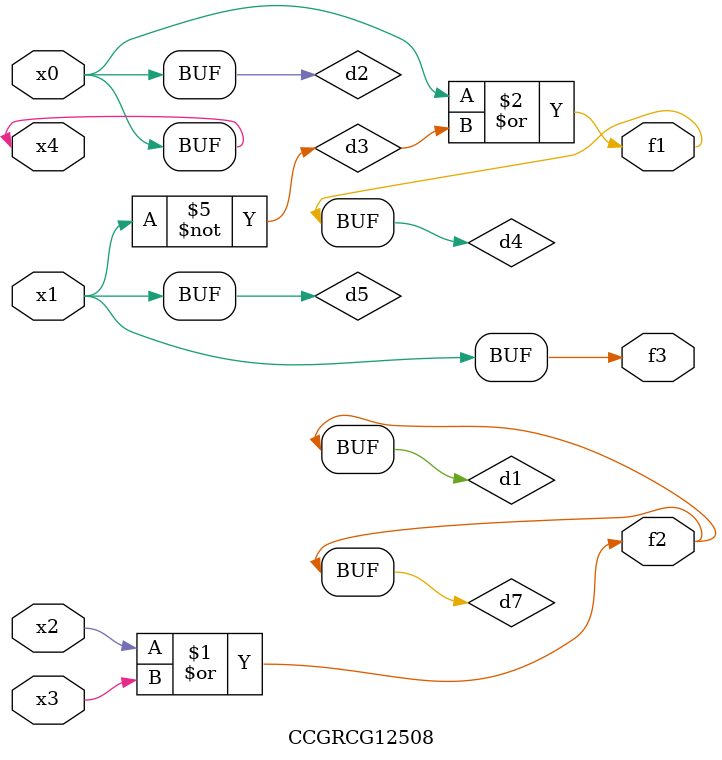
<source format=v>
module CCGRCG12508(
	input x0, x1, x2, x3, x4,
	output f1, f2, f3
);

	wire d1, d2, d3, d4, d5, d6, d7;

	or (d1, x2, x3);
	buf (d2, x0, x4);
	not (d3, x1);
	or (d4, d2, d3);
	not (d5, d3);
	nand (d6, d1, d3);
	or (d7, d1);
	assign f1 = d4;
	assign f2 = d7;
	assign f3 = d5;
endmodule

</source>
